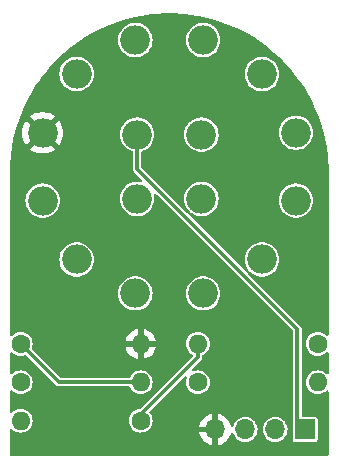
<source format=gbl>
G04 #@! TF.GenerationSoftware,KiCad,Pcbnew,7.0.7-7.0.7~ubuntu22.04.1*
G04 #@! TF.CreationDate,2023-12-10T22:01:07+01:00*
G04 #@! TF.ProjectId,CD40106_VCO,43443430-3130-4365-9f56-434f2e6b6963,rev?*
G04 #@! TF.SameCoordinates,Original*
G04 #@! TF.FileFunction,Copper,L2,Bot*
G04 #@! TF.FilePolarity,Positive*
%FSLAX46Y46*%
G04 Gerber Fmt 4.6, Leading zero omitted, Abs format (unit mm)*
G04 Created by KiCad (PCBNEW 7.0.7-7.0.7~ubuntu22.04.1) date 2023-12-10 22:01:07*
%MOMM*%
%LPD*%
G01*
G04 APERTURE LIST*
G04 #@! TA.AperFunction,ComponentPad*
%ADD10C,1.600000*%
G04 #@! TD*
G04 #@! TA.AperFunction,ComponentPad*
%ADD11O,1.600000X1.600000*%
G04 #@! TD*
G04 #@! TA.AperFunction,ComponentPad*
%ADD12O,2.500000X2.500000*%
G04 #@! TD*
G04 #@! TA.AperFunction,ComponentPad*
%ADD13R,1.700000X1.700000*%
G04 #@! TD*
G04 #@! TA.AperFunction,ComponentPad*
%ADD14O,1.700000X1.700000*%
G04 #@! TD*
G04 #@! TA.AperFunction,Conductor*
%ADD15C,0.300000*%
G04 #@! TD*
G04 APERTURE END LIST*
D10*
X104920000Y-105850000D03*
D11*
X115080000Y-105850000D03*
D10*
X130080000Y-102600000D03*
D11*
X119920000Y-102600000D03*
D10*
X119920000Y-105850000D03*
D11*
X130080000Y-105850000D03*
D10*
X115080000Y-109100000D03*
D11*
X104920000Y-109100000D03*
D12*
X106778224Y-84727109D03*
X109651115Y-79751115D03*
X114627109Y-76878224D03*
X120372891Y-76878224D03*
X125348885Y-79751115D03*
X128221776Y-84727109D03*
X128221776Y-90472891D03*
X125348885Y-95448885D03*
X120372891Y-98321776D03*
X114627109Y-98321776D03*
X109651115Y-95448885D03*
X106778224Y-90472891D03*
X114777639Y-84877639D03*
X120222361Y-84877639D03*
X120222361Y-90322361D03*
X114777639Y-90322361D03*
D10*
X104920000Y-102600000D03*
D11*
X115080000Y-102600000D03*
D13*
X129000000Y-109850000D03*
D14*
X126460000Y-109850000D03*
X123920000Y-109850000D03*
X121380000Y-109850000D03*
D15*
X115080000Y-105850000D02*
X108170000Y-105850000D01*
X108170000Y-105850000D02*
X104920000Y-102600000D01*
X119920000Y-103731370D02*
X115080000Y-108571370D01*
X119920000Y-102600000D02*
X119920000Y-103731370D01*
X115080000Y-108571370D02*
X115080000Y-109100000D01*
X128350000Y-101350000D02*
X128350000Y-109200000D01*
X114777639Y-87777639D02*
X128350000Y-101350000D01*
X128350000Y-109200000D02*
X129000000Y-109850000D01*
X114777639Y-84877639D02*
X114777639Y-87777639D01*
G04 #@! TA.AperFunction,Conductor*
G36*
X117861013Y-74605371D02*
G01*
X118575426Y-74643448D01*
X118578696Y-74643709D01*
X118934400Y-74681734D01*
X119290099Y-74719758D01*
X119293344Y-74720192D01*
X119999704Y-74833998D01*
X120002901Y-74834601D01*
X120702211Y-74985840D01*
X120705334Y-74986602D01*
X121395613Y-75174849D01*
X121398750Y-75175794D01*
X122078000Y-75400502D01*
X122081084Y-75401615D01*
X122747409Y-75662153D01*
X122750426Y-75663427D01*
X123401930Y-75959055D01*
X123404888Y-75960494D01*
X124039737Y-76290379D01*
X124042619Y-76291975D01*
X124659007Y-76655178D01*
X124661793Y-76656922D01*
X125257974Y-77052414D01*
X125260660Y-77054300D01*
X125834968Y-77480976D01*
X125837544Y-77483000D01*
X126388316Y-77939628D01*
X126390765Y-77941770D01*
X126767069Y-78289157D01*
X126916466Y-78427074D01*
X126918828Y-78429374D01*
X127163145Y-78680284D01*
X127417933Y-78941947D01*
X127420163Y-78944363D01*
X127712560Y-79278525D01*
X127891289Y-79482783D01*
X127893385Y-79485310D01*
X128335204Y-80048063D01*
X128337145Y-80050676D01*
X128748378Y-80636136D01*
X128750203Y-80638887D01*
X128955412Y-80966857D01*
X129129681Y-81245379D01*
X129131346Y-81248205D01*
X129478008Y-81874037D01*
X129479530Y-81876966D01*
X129639483Y-82205903D01*
X129792400Y-82520374D01*
X129793756Y-82523363D01*
X130071930Y-83182491D01*
X130073132Y-83185566D01*
X130315836Y-83858577D01*
X130316870Y-83861702D01*
X130414327Y-84184911D01*
X130523408Y-84546669D01*
X130524273Y-84549839D01*
X130578308Y-84771015D01*
X130694062Y-85244824D01*
X130694760Y-85248051D01*
X130827323Y-85951101D01*
X130827848Y-85954361D01*
X130922803Y-86663449D01*
X130923154Y-86666732D01*
X130980235Y-87379886D01*
X130980411Y-87383183D01*
X130999500Y-88100000D01*
X130999499Y-101798370D01*
X130979814Y-101865409D01*
X130927010Y-101911164D01*
X130857852Y-101921108D01*
X130795774Y-101892758D01*
X130795592Y-101892981D01*
X130794750Y-101892290D01*
X130794296Y-101892083D01*
X130792796Y-101890687D01*
X130638539Y-101764090D01*
X130638532Y-101764086D01*
X130464733Y-101671188D01*
X130464727Y-101671186D01*
X130276132Y-101613976D01*
X130276129Y-101613975D01*
X130080000Y-101594659D01*
X129883870Y-101613975D01*
X129695266Y-101671188D01*
X129521467Y-101764086D01*
X129521460Y-101764090D01*
X129369116Y-101889116D01*
X129244090Y-102041460D01*
X129244086Y-102041467D01*
X129151188Y-102215266D01*
X129093975Y-102403870D01*
X129074659Y-102600000D01*
X129093975Y-102796129D01*
X129151188Y-102984733D01*
X129244086Y-103158532D01*
X129244090Y-103158539D01*
X129369116Y-103310883D01*
X129521460Y-103435909D01*
X129521467Y-103435913D01*
X129695266Y-103528811D01*
X129695269Y-103528811D01*
X129695273Y-103528814D01*
X129883868Y-103586024D01*
X130080000Y-103605341D01*
X130276132Y-103586024D01*
X130464727Y-103528814D01*
X130638538Y-103435910D01*
X130691148Y-103392734D01*
X130795592Y-103307019D01*
X130797119Y-103308880D01*
X130849091Y-103280474D01*
X130918785Y-103285431D01*
X130974735Y-103327280D01*
X130999178Y-103392734D01*
X130999498Y-103401630D01*
X130999498Y-105048370D01*
X130979813Y-105115409D01*
X130927009Y-105161164D01*
X130857851Y-105171108D01*
X130795774Y-105142758D01*
X130795592Y-105142981D01*
X130794752Y-105142291D01*
X130794295Y-105142083D01*
X130792791Y-105140682D01*
X130638539Y-105014090D01*
X130638532Y-105014086D01*
X130464733Y-104921188D01*
X130464727Y-104921186D01*
X130276132Y-104863976D01*
X130276129Y-104863975D01*
X130080000Y-104844659D01*
X129883870Y-104863975D01*
X129695266Y-104921188D01*
X129521467Y-105014086D01*
X129521460Y-105014090D01*
X129369116Y-105139116D01*
X129244090Y-105291460D01*
X129244086Y-105291467D01*
X129151188Y-105465266D01*
X129093975Y-105653870D01*
X129074659Y-105850000D01*
X129093975Y-106046129D01*
X129093976Y-106046132D01*
X129141445Y-106202617D01*
X129151188Y-106234733D01*
X129244086Y-106408532D01*
X129244090Y-106408539D01*
X129369116Y-106560883D01*
X129521460Y-106685909D01*
X129521467Y-106685913D01*
X129695266Y-106778811D01*
X129695269Y-106778811D01*
X129695273Y-106778814D01*
X129883868Y-106836024D01*
X130080000Y-106855341D01*
X130276132Y-106836024D01*
X130464727Y-106778814D01*
X130638538Y-106685910D01*
X130691149Y-106642733D01*
X130795592Y-106557019D01*
X130797119Y-106558879D01*
X130849092Y-106530473D01*
X130918786Y-106535430D01*
X130974736Y-106577279D01*
X130999179Y-106642733D01*
X130999499Y-106651629D01*
X130999500Y-111975500D01*
X130979815Y-112042539D01*
X130927011Y-112088294D01*
X130875500Y-112099500D01*
X104124500Y-112099500D01*
X104057461Y-112079815D01*
X104011706Y-112027011D01*
X104000500Y-111975500D01*
X104000500Y-109901629D01*
X104020185Y-109834590D01*
X104072989Y-109788835D01*
X104142147Y-109778891D01*
X104204225Y-109807241D01*
X104204408Y-109807019D01*
X104205247Y-109807708D01*
X104205703Y-109807916D01*
X104207203Y-109809313D01*
X104361460Y-109935909D01*
X104361467Y-109935913D01*
X104535266Y-110028811D01*
X104535269Y-110028811D01*
X104535273Y-110028814D01*
X104723868Y-110086024D01*
X104920000Y-110105341D01*
X105116132Y-110086024D01*
X105304727Y-110028814D01*
X105338175Y-110010936D01*
X105478532Y-109935913D01*
X105478538Y-109935910D01*
X105630883Y-109810883D01*
X105755910Y-109658538D01*
X105833941Y-109512552D01*
X105848811Y-109484733D01*
X105848811Y-109484732D01*
X105848814Y-109484727D01*
X105906024Y-109296132D01*
X105925341Y-109100000D01*
X114074659Y-109100000D01*
X114093975Y-109296129D01*
X114093976Y-109296132D01*
X114133082Y-109425048D01*
X114151188Y-109484733D01*
X114244086Y-109658532D01*
X114244090Y-109658539D01*
X114369116Y-109810883D01*
X114521460Y-109935909D01*
X114521467Y-109935913D01*
X114695266Y-110028811D01*
X114695269Y-110028811D01*
X114695273Y-110028814D01*
X114883868Y-110086024D01*
X115080000Y-110105341D01*
X115134229Y-110100000D01*
X120049364Y-110100000D01*
X120106567Y-110313486D01*
X120106570Y-110313492D01*
X120206399Y-110527578D01*
X120341894Y-110721082D01*
X120508917Y-110888105D01*
X120702421Y-111023600D01*
X120916507Y-111123429D01*
X120916516Y-111123433D01*
X121130000Y-111180634D01*
X121130000Y-110462301D01*
X121149685Y-110395262D01*
X121202489Y-110349507D01*
X121271647Y-110339563D01*
X121344237Y-110350000D01*
X121344238Y-110350000D01*
X121415762Y-110350000D01*
X121415763Y-110350000D01*
X121488353Y-110339563D01*
X121557512Y-110349507D01*
X121610315Y-110395262D01*
X121630000Y-110462301D01*
X121629999Y-111180633D01*
X121843483Y-111123433D01*
X121843492Y-111123429D01*
X122057578Y-111023600D01*
X122251082Y-110888105D01*
X122418105Y-110721082D01*
X122553600Y-110527578D01*
X122653429Y-110313492D01*
X122653433Y-110313483D01*
X122686158Y-110191350D01*
X122722522Y-110131690D01*
X122785369Y-110101160D01*
X122854745Y-110109454D01*
X122908623Y-110153939D01*
X122924593Y-110187447D01*
X122944768Y-110253954D01*
X123042315Y-110436450D01*
X123042317Y-110436452D01*
X123173589Y-110596410D01*
X123270209Y-110675702D01*
X123333550Y-110727685D01*
X123516046Y-110825232D01*
X123714066Y-110885300D01*
X123714065Y-110885300D01*
X123734347Y-110887297D01*
X123920000Y-110905583D01*
X124125934Y-110885300D01*
X124323954Y-110825232D01*
X124506450Y-110727685D01*
X124666410Y-110596410D01*
X124797685Y-110436450D01*
X124895232Y-110253954D01*
X124955300Y-110055934D01*
X124975583Y-109850000D01*
X125404417Y-109850000D01*
X125424699Y-110055932D01*
X125437684Y-110098738D01*
X125484768Y-110253954D01*
X125582315Y-110436450D01*
X125582317Y-110436452D01*
X125713589Y-110596410D01*
X125810209Y-110675702D01*
X125873550Y-110727685D01*
X126056046Y-110825232D01*
X126254066Y-110885300D01*
X126254065Y-110885300D01*
X126274348Y-110887297D01*
X126460000Y-110905583D01*
X126665934Y-110885300D01*
X126863954Y-110825232D01*
X127046450Y-110727685D01*
X127206410Y-110596410D01*
X127337685Y-110436450D01*
X127435232Y-110253954D01*
X127495300Y-110055934D01*
X127515583Y-109850000D01*
X127495300Y-109644066D01*
X127435232Y-109446046D01*
X127337685Y-109263550D01*
X127262897Y-109172420D01*
X127206410Y-109103589D01*
X127056121Y-108980252D01*
X127046450Y-108972315D01*
X126863954Y-108874768D01*
X126665934Y-108814700D01*
X126665932Y-108814699D01*
X126665934Y-108814699D01*
X126460000Y-108794417D01*
X126254067Y-108814699D01*
X126056043Y-108874769D01*
X125945897Y-108933643D01*
X125873550Y-108972315D01*
X125873548Y-108972316D01*
X125873547Y-108972317D01*
X125713589Y-109103589D01*
X125582317Y-109263547D01*
X125582315Y-109263550D01*
X125560300Y-109304737D01*
X125484769Y-109446043D01*
X125424699Y-109644067D01*
X125404417Y-109850000D01*
X124975583Y-109850000D01*
X124955300Y-109644066D01*
X124895232Y-109446046D01*
X124797685Y-109263550D01*
X124722897Y-109172420D01*
X124666410Y-109103589D01*
X124516121Y-108980252D01*
X124506450Y-108972315D01*
X124323954Y-108874768D01*
X124125934Y-108814700D01*
X124125932Y-108814699D01*
X124125934Y-108814699D01*
X123938463Y-108796235D01*
X123920000Y-108794417D01*
X123919999Y-108794417D01*
X123714067Y-108814699D01*
X123516043Y-108874769D01*
X123405897Y-108933643D01*
X123333550Y-108972315D01*
X123333548Y-108972316D01*
X123333547Y-108972317D01*
X123173589Y-109103589D01*
X123042317Y-109263547D01*
X123042315Y-109263550D01*
X123020300Y-109304737D01*
X122944767Y-109446046D01*
X122924593Y-109512552D01*
X122886296Y-109570990D01*
X122822483Y-109599447D01*
X122753416Y-109588886D01*
X122701023Y-109542661D01*
X122686158Y-109508649D01*
X122653433Y-109386516D01*
X122653429Y-109386507D01*
X122553600Y-109172422D01*
X122553599Y-109172420D01*
X122418113Y-108978926D01*
X122418108Y-108978920D01*
X122251082Y-108811894D01*
X122057578Y-108676399D01*
X121843492Y-108576570D01*
X121843486Y-108576567D01*
X121630000Y-108519364D01*
X121630000Y-109237698D01*
X121610315Y-109304737D01*
X121557511Y-109350492D01*
X121488355Y-109360436D01*
X121415766Y-109350000D01*
X121415763Y-109350000D01*
X121344237Y-109350000D01*
X121344233Y-109350000D01*
X121271645Y-109360436D01*
X121202487Y-109350492D01*
X121149684Y-109304736D01*
X121130000Y-109237698D01*
X121130000Y-108519364D01*
X121129999Y-108519364D01*
X120916513Y-108576567D01*
X120916507Y-108576570D01*
X120702422Y-108676399D01*
X120702420Y-108676400D01*
X120508926Y-108811886D01*
X120508920Y-108811891D01*
X120341891Y-108978920D01*
X120341886Y-108978926D01*
X120206400Y-109172420D01*
X120206399Y-109172422D01*
X120106570Y-109386507D01*
X120106567Y-109386513D01*
X120049364Y-109599999D01*
X120049364Y-109600000D01*
X120766653Y-109600000D01*
X120833692Y-109619685D01*
X120879447Y-109672489D01*
X120889391Y-109741647D01*
X120885631Y-109758933D01*
X120880000Y-109778111D01*
X120880000Y-109921888D01*
X120885631Y-109941067D01*
X120885630Y-110010936D01*
X120847855Y-110069714D01*
X120784299Y-110098738D01*
X120766653Y-110100000D01*
X120049364Y-110100000D01*
X115134229Y-110100000D01*
X115276132Y-110086024D01*
X115464727Y-110028814D01*
X115498175Y-110010936D01*
X115638532Y-109935913D01*
X115638538Y-109935910D01*
X115790883Y-109810883D01*
X115915910Y-109658538D01*
X115993941Y-109512552D01*
X116008811Y-109484733D01*
X116008811Y-109484732D01*
X116008814Y-109484727D01*
X116066024Y-109296132D01*
X116085341Y-109100000D01*
X116066024Y-108903868D01*
X116008814Y-108715273D01*
X116008811Y-108715269D01*
X116008811Y-108715266D01*
X115915913Y-108541467D01*
X115915911Y-108541465D01*
X115915910Y-108541462D01*
X115897775Y-108519364D01*
X115847329Y-108457895D01*
X115820016Y-108393585D01*
X115831807Y-108324717D01*
X115855498Y-108291552D01*
X118775872Y-105371178D01*
X118837193Y-105337695D01*
X118906885Y-105342679D01*
X118962818Y-105384551D01*
X118987235Y-105450015D01*
X118982212Y-105494856D01*
X118933975Y-105653869D01*
X118914659Y-105850000D01*
X118933975Y-106046129D01*
X118933976Y-106046132D01*
X118981445Y-106202617D01*
X118991188Y-106234733D01*
X119084086Y-106408532D01*
X119084090Y-106408539D01*
X119209116Y-106560883D01*
X119361460Y-106685909D01*
X119361467Y-106685913D01*
X119535266Y-106778811D01*
X119535269Y-106778811D01*
X119535273Y-106778814D01*
X119723868Y-106836024D01*
X119920000Y-106855341D01*
X120116132Y-106836024D01*
X120304727Y-106778814D01*
X120478538Y-106685910D01*
X120630883Y-106560883D01*
X120755910Y-106408538D01*
X120848814Y-106234727D01*
X120906024Y-106046132D01*
X120925341Y-105850000D01*
X120906024Y-105653868D01*
X120848814Y-105465273D01*
X120848811Y-105465269D01*
X120848811Y-105465266D01*
X120755913Y-105291467D01*
X120755909Y-105291460D01*
X120630883Y-105139116D01*
X120478539Y-105014090D01*
X120478532Y-105014086D01*
X120304733Y-104921188D01*
X120304727Y-104921186D01*
X120116132Y-104863976D01*
X120116129Y-104863975D01*
X119920000Y-104844659D01*
X119723869Y-104863975D01*
X119564856Y-104912212D01*
X119494989Y-104912835D01*
X119435877Y-104875587D01*
X119406286Y-104812293D01*
X119415611Y-104743048D01*
X119441177Y-104705873D01*
X120133046Y-104014004D01*
X120152902Y-103997881D01*
X120160669Y-103992807D01*
X120180873Y-103966847D01*
X120185941Y-103961109D01*
X120188376Y-103958676D01*
X120192162Y-103953372D01*
X120201048Y-103940928D01*
X120232513Y-103900501D01*
X120232512Y-103900501D01*
X120232517Y-103900496D01*
X120232519Y-103900489D01*
X120235982Y-103894088D01*
X120236021Y-103894010D01*
X120236063Y-103893931D01*
X120239235Y-103887442D01*
X120239240Y-103887436D01*
X120253861Y-103838324D01*
X120270500Y-103789858D01*
X120270500Y-103789849D01*
X120271706Y-103782628D01*
X120272617Y-103775321D01*
X120270500Y-103724128D01*
X120270500Y-103621431D01*
X120290185Y-103554392D01*
X120336044Y-103512074D01*
X120478538Y-103435910D01*
X120630883Y-103310883D01*
X120755910Y-103158538D01*
X120839500Y-103002152D01*
X120848811Y-102984733D01*
X120848811Y-102984732D01*
X120848814Y-102984727D01*
X120906024Y-102796132D01*
X120925341Y-102600000D01*
X120906024Y-102403868D01*
X120848814Y-102215273D01*
X120848811Y-102215269D01*
X120848811Y-102215266D01*
X120755913Y-102041467D01*
X120755909Y-102041460D01*
X120630883Y-101889116D01*
X120478539Y-101764090D01*
X120478532Y-101764086D01*
X120304733Y-101671188D01*
X120304727Y-101671186D01*
X120116132Y-101613976D01*
X120116129Y-101613975D01*
X119920000Y-101594659D01*
X119723870Y-101613975D01*
X119535266Y-101671188D01*
X119361467Y-101764086D01*
X119361460Y-101764090D01*
X119209116Y-101889116D01*
X119084090Y-102041460D01*
X119084086Y-102041467D01*
X118991188Y-102215266D01*
X118933975Y-102403870D01*
X118914659Y-102600000D01*
X118933975Y-102796129D01*
X118991188Y-102984733D01*
X119084086Y-103158532D01*
X119084090Y-103158539D01*
X119209116Y-103310883D01*
X119361460Y-103435909D01*
X119361467Y-103435913D01*
X119447513Y-103481906D01*
X119497357Y-103530868D01*
X119512818Y-103599006D01*
X119488986Y-103664685D01*
X119476741Y-103678945D01*
X115090329Y-108065357D01*
X115029006Y-108098842D01*
X115014803Y-108101079D01*
X114883871Y-108113975D01*
X114695266Y-108171188D01*
X114521467Y-108264086D01*
X114521460Y-108264090D01*
X114369116Y-108389116D01*
X114244090Y-108541460D01*
X114244086Y-108541467D01*
X114151188Y-108715266D01*
X114093975Y-108903870D01*
X114074659Y-109100000D01*
X105925341Y-109100000D01*
X105906024Y-108903868D01*
X105848814Y-108715273D01*
X105848811Y-108715269D01*
X105848811Y-108715266D01*
X105755913Y-108541467D01*
X105755909Y-108541460D01*
X105630883Y-108389116D01*
X105478539Y-108264090D01*
X105478532Y-108264086D01*
X105304733Y-108171188D01*
X105304727Y-108171186D01*
X105116132Y-108113976D01*
X105116129Y-108113975D01*
X104920000Y-108094659D01*
X104723870Y-108113975D01*
X104535266Y-108171188D01*
X104361467Y-108264086D01*
X104361460Y-108264090D01*
X104204408Y-108392981D01*
X104202886Y-108391127D01*
X104150858Y-108419537D01*
X104081166Y-108414553D01*
X104025233Y-108372681D01*
X104000816Y-108307217D01*
X104000500Y-108298371D01*
X104000500Y-106651629D01*
X104020185Y-106584590D01*
X104072989Y-106538835D01*
X104142147Y-106528891D01*
X104204225Y-106557241D01*
X104204408Y-106557019D01*
X104205247Y-106557708D01*
X104205703Y-106557916D01*
X104207203Y-106559313D01*
X104361460Y-106685909D01*
X104361467Y-106685913D01*
X104535266Y-106778811D01*
X104535269Y-106778811D01*
X104535273Y-106778814D01*
X104723868Y-106836024D01*
X104920000Y-106855341D01*
X105116132Y-106836024D01*
X105304727Y-106778814D01*
X105478538Y-106685910D01*
X105630883Y-106560883D01*
X105755910Y-106408538D01*
X105848814Y-106234727D01*
X105906024Y-106046132D01*
X105925341Y-105850000D01*
X105906024Y-105653868D01*
X105848814Y-105465273D01*
X105848811Y-105465269D01*
X105848811Y-105465266D01*
X105755913Y-105291467D01*
X105755909Y-105291460D01*
X105630883Y-105139116D01*
X105478539Y-105014090D01*
X105478532Y-105014086D01*
X105304733Y-104921188D01*
X105304727Y-104921186D01*
X105116132Y-104863976D01*
X105116129Y-104863975D01*
X104920000Y-104844659D01*
X104723870Y-104863975D01*
X104535266Y-104921188D01*
X104361467Y-105014086D01*
X104361460Y-105014090D01*
X104204408Y-105142981D01*
X104202886Y-105141127D01*
X104150858Y-105169537D01*
X104081166Y-105164553D01*
X104025233Y-105122681D01*
X104000816Y-105057217D01*
X104000500Y-105048371D01*
X104000500Y-103401629D01*
X104020185Y-103334590D01*
X104072989Y-103288835D01*
X104142147Y-103278891D01*
X104204225Y-103307241D01*
X104204408Y-103307019D01*
X104205247Y-103307708D01*
X104205703Y-103307916D01*
X104207203Y-103309313D01*
X104361460Y-103435909D01*
X104361467Y-103435913D01*
X104535266Y-103528811D01*
X104535269Y-103528811D01*
X104535273Y-103528814D01*
X104723868Y-103586024D01*
X104920000Y-103605341D01*
X105116132Y-103586024D01*
X105270742Y-103539123D01*
X105340610Y-103538499D01*
X105394420Y-103570102D01*
X107887362Y-106063044D01*
X107903486Y-106082899D01*
X107908563Y-106090669D01*
X107934508Y-106110862D01*
X107940260Y-106115942D01*
X107942693Y-106118375D01*
X107960438Y-106131044D01*
X108000874Y-106162517D01*
X108000876Y-106162517D01*
X108007310Y-106165999D01*
X108007344Y-106166016D01*
X108007390Y-106166041D01*
X108013932Y-106169239D01*
X108013933Y-106169239D01*
X108013934Y-106169240D01*
X108028078Y-106173451D01*
X108063045Y-106183862D01*
X108111509Y-106200499D01*
X108111512Y-106200500D01*
X108111515Y-106200500D01*
X108118625Y-106201687D01*
X108118731Y-106201700D01*
X108118855Y-106201720D01*
X108126046Y-106202617D01*
X108177231Y-106200500D01*
X114058568Y-106200500D01*
X114125607Y-106220185D01*
X114167926Y-106266047D01*
X114244086Y-106408532D01*
X114244090Y-106408539D01*
X114369116Y-106560883D01*
X114521460Y-106685909D01*
X114521467Y-106685913D01*
X114695266Y-106778811D01*
X114695269Y-106778811D01*
X114695273Y-106778814D01*
X114883868Y-106836024D01*
X115080000Y-106855341D01*
X115276132Y-106836024D01*
X115464727Y-106778814D01*
X115638538Y-106685910D01*
X115790883Y-106560883D01*
X115915910Y-106408538D01*
X116008814Y-106234727D01*
X116066024Y-106046132D01*
X116085341Y-105850000D01*
X116066024Y-105653868D01*
X116008814Y-105465273D01*
X116008811Y-105465269D01*
X116008811Y-105465266D01*
X115915913Y-105291467D01*
X115915909Y-105291460D01*
X115790883Y-105139116D01*
X115638539Y-105014090D01*
X115638532Y-105014086D01*
X115464733Y-104921188D01*
X115464727Y-104921186D01*
X115276132Y-104863976D01*
X115276129Y-104863975D01*
X115080000Y-104844659D01*
X114883870Y-104863975D01*
X114695266Y-104921188D01*
X114521467Y-105014086D01*
X114521460Y-105014090D01*
X114369116Y-105139116D01*
X114244090Y-105291460D01*
X114244086Y-105291467D01*
X114167926Y-105433953D01*
X114118964Y-105483797D01*
X114058568Y-105499500D01*
X108366544Y-105499500D01*
X108299505Y-105479815D01*
X108278863Y-105463181D01*
X105890102Y-103074420D01*
X105856617Y-103013097D01*
X105859123Y-102950743D01*
X105889687Y-102849987D01*
X105906024Y-102796132D01*
X105925341Y-102600000D01*
X105906024Y-102403868D01*
X105889683Y-102349999D01*
X113801127Y-102349999D01*
X113801128Y-102350000D01*
X114569424Y-102350000D01*
X114636463Y-102369685D01*
X114682218Y-102422489D01*
X114692162Y-102491647D01*
X114691897Y-102493397D01*
X114675014Y-102599996D01*
X114675014Y-102600003D01*
X114691897Y-102706603D01*
X114682942Y-102775896D01*
X114637946Y-102829348D01*
X114571194Y-102849987D01*
X114569424Y-102850000D01*
X113801128Y-102850000D01*
X113853730Y-103046317D01*
X113853734Y-103046326D01*
X113949865Y-103252482D01*
X114080342Y-103438820D01*
X114241179Y-103599657D01*
X114427517Y-103730134D01*
X114633673Y-103826265D01*
X114633682Y-103826269D01*
X114829999Y-103878872D01*
X114830000Y-103878871D01*
X114830000Y-103110575D01*
X114849685Y-103043536D01*
X114902489Y-102997781D01*
X114971647Y-102987837D01*
X114973331Y-102988091D01*
X115005699Y-102993218D01*
X115048515Y-103000000D01*
X115048519Y-103000000D01*
X115111485Y-103000000D01*
X115154300Y-102993218D01*
X115186602Y-102988102D01*
X115255894Y-102997056D01*
X115309347Y-103042052D01*
X115329987Y-103108803D01*
X115330000Y-103110575D01*
X115330000Y-103878872D01*
X115526317Y-103826269D01*
X115526326Y-103826265D01*
X115732482Y-103730134D01*
X115918820Y-103599657D01*
X116079657Y-103438820D01*
X116210134Y-103252482D01*
X116306265Y-103046326D01*
X116306269Y-103046317D01*
X116358872Y-102850000D01*
X115590576Y-102850000D01*
X115523537Y-102830315D01*
X115477782Y-102777511D01*
X115467838Y-102708353D01*
X115468103Y-102706603D01*
X115484986Y-102600003D01*
X115484986Y-102599996D01*
X115468103Y-102493397D01*
X115477058Y-102424104D01*
X115522054Y-102370652D01*
X115588806Y-102350013D01*
X115590576Y-102350000D01*
X116358872Y-102350000D01*
X116358872Y-102349999D01*
X116306269Y-102153682D01*
X116306265Y-102153673D01*
X116210134Y-101947517D01*
X116079657Y-101761179D01*
X115918820Y-101600342D01*
X115732482Y-101469865D01*
X115526328Y-101373734D01*
X115329999Y-101321127D01*
X115330000Y-102089424D01*
X115310315Y-102156463D01*
X115257511Y-102202218D01*
X115188353Y-102212162D01*
X115186602Y-102211897D01*
X115111486Y-102200000D01*
X115111481Y-102200000D01*
X115048519Y-102200000D01*
X115048514Y-102200000D01*
X114973398Y-102211897D01*
X114904104Y-102202942D01*
X114850652Y-102157946D01*
X114830013Y-102091194D01*
X114830000Y-102089424D01*
X114829999Y-101321127D01*
X114633671Y-101373734D01*
X114427517Y-101469865D01*
X114241179Y-101600342D01*
X114080342Y-101761179D01*
X113949865Y-101947517D01*
X113853734Y-102153673D01*
X113853730Y-102153682D01*
X113801127Y-102349999D01*
X105889683Y-102349999D01*
X105848814Y-102215273D01*
X105848811Y-102215269D01*
X105848811Y-102215266D01*
X105755913Y-102041467D01*
X105755909Y-102041460D01*
X105630883Y-101889116D01*
X105478539Y-101764090D01*
X105478532Y-101764086D01*
X105304733Y-101671188D01*
X105304727Y-101671186D01*
X105116132Y-101613976D01*
X105116129Y-101613975D01*
X104920000Y-101594659D01*
X104723870Y-101613975D01*
X104535266Y-101671188D01*
X104361467Y-101764086D01*
X104361460Y-101764090D01*
X104204408Y-101892981D01*
X104202892Y-101891134D01*
X104150808Y-101919548D01*
X104081119Y-101914535D01*
X104025202Y-101872642D01*
X104000811Y-101807167D01*
X104000499Y-101798398D01*
X104000499Y-98321781D01*
X113171638Y-98321781D01*
X113191488Y-98561335D01*
X113250498Y-98794365D01*
X113347060Y-99014505D01*
X113478536Y-99215742D01*
X113478538Y-99215745D01*
X113641345Y-99392601D01*
X113641348Y-99392603D01*
X113641351Y-99392606D01*
X113831033Y-99540242D01*
X113831039Y-99540246D01*
X113831042Y-99540248D01*
X114042453Y-99654658D01*
X114042456Y-99654659D01*
X114269808Y-99732709D01*
X114269810Y-99732709D01*
X114269812Y-99732710D01*
X114506917Y-99772276D01*
X114506918Y-99772276D01*
X114747300Y-99772276D01*
X114747301Y-99772276D01*
X114984406Y-99732710D01*
X115211765Y-99654658D01*
X115423176Y-99540248D01*
X115612873Y-99392601D01*
X115775680Y-99215745D01*
X115907158Y-99014504D01*
X116003719Y-98794367D01*
X116062729Y-98561339D01*
X116082580Y-98321781D01*
X118917420Y-98321781D01*
X118937270Y-98561335D01*
X118996280Y-98794365D01*
X119092842Y-99014505D01*
X119224318Y-99215742D01*
X119224320Y-99215745D01*
X119387127Y-99392601D01*
X119387130Y-99392603D01*
X119387133Y-99392606D01*
X119576815Y-99540242D01*
X119576821Y-99540246D01*
X119576824Y-99540248D01*
X119788235Y-99654658D01*
X119788238Y-99654659D01*
X120015590Y-99732709D01*
X120015592Y-99732709D01*
X120015594Y-99732710D01*
X120252699Y-99772276D01*
X120252700Y-99772276D01*
X120493082Y-99772276D01*
X120493083Y-99772276D01*
X120730188Y-99732710D01*
X120957547Y-99654658D01*
X121168958Y-99540248D01*
X121358655Y-99392601D01*
X121521462Y-99215745D01*
X121652940Y-99014504D01*
X121749501Y-98794367D01*
X121808511Y-98561339D01*
X121828362Y-98321776D01*
X121808511Y-98082213D01*
X121749501Y-97849185D01*
X121652940Y-97629048D01*
X121521462Y-97427807D01*
X121358655Y-97250951D01*
X121358650Y-97250947D01*
X121358648Y-97250945D01*
X121168966Y-97103309D01*
X121168960Y-97103305D01*
X120957548Y-96988894D01*
X120957543Y-96988892D01*
X120730191Y-96910842D01*
X120552359Y-96881167D01*
X120493083Y-96871276D01*
X120252699Y-96871276D01*
X120205278Y-96879189D01*
X120015590Y-96910842D01*
X119788238Y-96988892D01*
X119788233Y-96988894D01*
X119576821Y-97103305D01*
X119576815Y-97103309D01*
X119387133Y-97250945D01*
X119387130Y-97250948D01*
X119224321Y-97427805D01*
X119224318Y-97427809D01*
X119092842Y-97629046D01*
X118996280Y-97849186D01*
X118937270Y-98082216D01*
X118917420Y-98321770D01*
X118917420Y-98321781D01*
X116082580Y-98321781D01*
X116082580Y-98321776D01*
X116062729Y-98082213D01*
X116003719Y-97849185D01*
X115907158Y-97629048D01*
X115775680Y-97427807D01*
X115612873Y-97250951D01*
X115612868Y-97250947D01*
X115612866Y-97250945D01*
X115423184Y-97103309D01*
X115423178Y-97103305D01*
X115211766Y-96988894D01*
X115211761Y-96988892D01*
X114984409Y-96910842D01*
X114806577Y-96881167D01*
X114747301Y-96871276D01*
X114506917Y-96871276D01*
X114459495Y-96879189D01*
X114269808Y-96910842D01*
X114042456Y-96988892D01*
X114042451Y-96988894D01*
X113831039Y-97103305D01*
X113831033Y-97103309D01*
X113641351Y-97250945D01*
X113641348Y-97250948D01*
X113478539Y-97427805D01*
X113478536Y-97427809D01*
X113347060Y-97629046D01*
X113250498Y-97849186D01*
X113191488Y-98082216D01*
X113171638Y-98321770D01*
X113171638Y-98321781D01*
X104000499Y-98321781D01*
X104000499Y-95448890D01*
X108195644Y-95448890D01*
X108215494Y-95688444D01*
X108274504Y-95921474D01*
X108371066Y-96141614D01*
X108502542Y-96342851D01*
X108502544Y-96342854D01*
X108665351Y-96519710D01*
X108665354Y-96519712D01*
X108665357Y-96519715D01*
X108855039Y-96667351D01*
X108855045Y-96667355D01*
X108855048Y-96667357D01*
X109066459Y-96781767D01*
X109066462Y-96781768D01*
X109293814Y-96859818D01*
X109293816Y-96859818D01*
X109293818Y-96859819D01*
X109530923Y-96899385D01*
X109530924Y-96899385D01*
X109771306Y-96899385D01*
X109771307Y-96899385D01*
X110008412Y-96859819D01*
X110235771Y-96781767D01*
X110447182Y-96667357D01*
X110636879Y-96519710D01*
X110799686Y-96342854D01*
X110931164Y-96141613D01*
X111027725Y-95921476D01*
X111086735Y-95688448D01*
X111106586Y-95448885D01*
X111086735Y-95209322D01*
X111027725Y-94976294D01*
X110931164Y-94756157D01*
X110799686Y-94554916D01*
X110636879Y-94378060D01*
X110636874Y-94378056D01*
X110636872Y-94378054D01*
X110447190Y-94230418D01*
X110447184Y-94230414D01*
X110235772Y-94116003D01*
X110235767Y-94116001D01*
X110008415Y-94037951D01*
X109830583Y-94008276D01*
X109771307Y-93998385D01*
X109530923Y-93998385D01*
X109483502Y-94006298D01*
X109293814Y-94037951D01*
X109066462Y-94116001D01*
X109066457Y-94116003D01*
X108855045Y-94230414D01*
X108855039Y-94230418D01*
X108665357Y-94378054D01*
X108665354Y-94378057D01*
X108502545Y-94554914D01*
X108502542Y-94554918D01*
X108371066Y-94756155D01*
X108274504Y-94976295D01*
X108215494Y-95209325D01*
X108195644Y-95448879D01*
X108195644Y-95448890D01*
X104000499Y-95448890D01*
X104000499Y-90472896D01*
X105322753Y-90472896D01*
X105342603Y-90712450D01*
X105401613Y-90945480D01*
X105498175Y-91165620D01*
X105623448Y-91357363D01*
X105629653Y-91366860D01*
X105792460Y-91543716D01*
X105792463Y-91543718D01*
X105792466Y-91543721D01*
X105982148Y-91691357D01*
X105982154Y-91691361D01*
X105982157Y-91691363D01*
X106193568Y-91805773D01*
X106193571Y-91805774D01*
X106420923Y-91883824D01*
X106420925Y-91883824D01*
X106420927Y-91883825D01*
X106658032Y-91923391D01*
X106658033Y-91923391D01*
X106898415Y-91923391D01*
X106898416Y-91923391D01*
X107135521Y-91883825D01*
X107362880Y-91805773D01*
X107574291Y-91691363D01*
X107763988Y-91543716D01*
X107926795Y-91366860D01*
X108058273Y-91165619D01*
X108154834Y-90945482D01*
X108213844Y-90712454D01*
X108222666Y-90605981D01*
X108233695Y-90472896D01*
X108233695Y-90472885D01*
X108221222Y-90322366D01*
X113322168Y-90322366D01*
X113342018Y-90561920D01*
X113401028Y-90794950D01*
X113497590Y-91015090D01*
X113595937Y-91165620D01*
X113629068Y-91216330D01*
X113791875Y-91393186D01*
X113791878Y-91393188D01*
X113791881Y-91393191D01*
X113981563Y-91540827D01*
X113981569Y-91540831D01*
X113981572Y-91540833D01*
X114192983Y-91655243D01*
X114192986Y-91655244D01*
X114420338Y-91733294D01*
X114420340Y-91733294D01*
X114420342Y-91733295D01*
X114657447Y-91772861D01*
X114657448Y-91772861D01*
X114897830Y-91772861D01*
X114897831Y-91772861D01*
X115134936Y-91733295D01*
X115362295Y-91655243D01*
X115573706Y-91540833D01*
X115588875Y-91529027D01*
X115637407Y-91491252D01*
X115763403Y-91393186D01*
X115926210Y-91216330D01*
X116057688Y-91015089D01*
X116154249Y-90794952D01*
X116213259Y-90561924D01*
X116233110Y-90322361D01*
X116225732Y-90233328D01*
X116213259Y-90082801D01*
X116213259Y-90082798D01*
X116197033Y-90018722D01*
X116199658Y-89948904D01*
X116239614Y-89891587D01*
X116304215Y-89864970D01*
X116372952Y-89877504D01*
X116404920Y-89900603D01*
X127963181Y-101458862D01*
X127996666Y-101520185D01*
X127999500Y-101546543D01*
X127999500Y-108826734D01*
X127979815Y-108893773D01*
X127978603Y-108895624D01*
X127961132Y-108921770D01*
X127961131Y-108921773D01*
X127949500Y-108980247D01*
X127949500Y-110719752D01*
X127961131Y-110778229D01*
X127961132Y-110778230D01*
X128005447Y-110844552D01*
X128071769Y-110888867D01*
X128071770Y-110888868D01*
X128130247Y-110900499D01*
X128130250Y-110900500D01*
X128130252Y-110900500D01*
X129869750Y-110900500D01*
X129869751Y-110900499D01*
X129884568Y-110897552D01*
X129928229Y-110888868D01*
X129928229Y-110888867D01*
X129928231Y-110888867D01*
X129994552Y-110844552D01*
X130038867Y-110778231D01*
X130038867Y-110778229D01*
X130038868Y-110778229D01*
X130048922Y-110727682D01*
X130050500Y-110719748D01*
X130050500Y-108980252D01*
X130050500Y-108980251D01*
X130050500Y-108980249D01*
X130050499Y-108980247D01*
X130038868Y-108921770D01*
X130038867Y-108921769D01*
X129994552Y-108855447D01*
X129928230Y-108811132D01*
X129928229Y-108811131D01*
X129869752Y-108799500D01*
X129869748Y-108799500D01*
X128824500Y-108799500D01*
X128757461Y-108779815D01*
X128711706Y-108727011D01*
X128700500Y-108675500D01*
X128700500Y-101399211D01*
X128703139Y-101373764D01*
X128703145Y-101373734D01*
X128705043Y-101364685D01*
X128703270Y-101350463D01*
X128700977Y-101332061D01*
X128700500Y-101324385D01*
X128700500Y-101320960D01*
X128696912Y-101299458D01*
X128696121Y-101293118D01*
X128690573Y-101248607D01*
X128690571Y-101248603D01*
X128688502Y-101241653D01*
X128688470Y-101241559D01*
X128688444Y-101241472D01*
X128686091Y-101234617D01*
X128661704Y-101189555D01*
X128639199Y-101143518D01*
X128634919Y-101137524D01*
X128630419Y-101131743D01*
X128592724Y-101097041D01*
X124206718Y-96711036D01*
X124188495Y-96677664D01*
X124175037Y-96674148D01*
X124151229Y-96655546D01*
X122944573Y-95448890D01*
X123893414Y-95448890D01*
X123913264Y-95688444D01*
X123972274Y-95921474D01*
X124068836Y-96141614D01*
X124200312Y-96342851D01*
X124200314Y-96342854D01*
X124330141Y-96483884D01*
X124344232Y-96512436D01*
X124353826Y-96514523D01*
X124370561Y-96525502D01*
X124552809Y-96667351D01*
X124552815Y-96667355D01*
X124552818Y-96667357D01*
X124764229Y-96781767D01*
X124764232Y-96781768D01*
X124991584Y-96859818D01*
X124991586Y-96859818D01*
X124991588Y-96859819D01*
X125228693Y-96899385D01*
X125228694Y-96899385D01*
X125469076Y-96899385D01*
X125469077Y-96899385D01*
X125706182Y-96859819D01*
X125933541Y-96781767D01*
X126144952Y-96667357D01*
X126334649Y-96519710D01*
X126497456Y-96342854D01*
X126628934Y-96141613D01*
X126725495Y-95921476D01*
X126784505Y-95688448D01*
X126804356Y-95448885D01*
X126784505Y-95209322D01*
X126725495Y-94976294D01*
X126628934Y-94756157D01*
X126497456Y-94554916D01*
X126334649Y-94378060D01*
X126334644Y-94378056D01*
X126334642Y-94378054D01*
X126144960Y-94230418D01*
X126144954Y-94230414D01*
X125933542Y-94116003D01*
X125933537Y-94116001D01*
X125706185Y-94037951D01*
X125528353Y-94008276D01*
X125469077Y-93998385D01*
X125228693Y-93998385D01*
X125181271Y-94006298D01*
X124991584Y-94037951D01*
X124764232Y-94116001D01*
X124764227Y-94116003D01*
X124552815Y-94230414D01*
X124552809Y-94230418D01*
X124363127Y-94378054D01*
X124363124Y-94378057D01*
X124200315Y-94554914D01*
X124200312Y-94554918D01*
X124068836Y-94756155D01*
X123972274Y-94976295D01*
X123913264Y-95209325D01*
X123893414Y-95448879D01*
X123893414Y-95448890D01*
X122944573Y-95448890D01*
X119080193Y-91584510D01*
X119061974Y-91551145D01*
X119048516Y-91547629D01*
X119024709Y-91529027D01*
X117818048Y-90322366D01*
X118766890Y-90322366D01*
X118786740Y-90561920D01*
X118845750Y-90794950D01*
X118942312Y-91015090D01*
X119073788Y-91216327D01*
X119073791Y-91216331D01*
X119203620Y-91357363D01*
X119217708Y-91385910D01*
X119227301Y-91387997D01*
X119244030Y-91398971D01*
X119371556Y-91498228D01*
X119411125Y-91529027D01*
X119426294Y-91540833D01*
X119637705Y-91655243D01*
X119637708Y-91655244D01*
X119865060Y-91733294D01*
X119865062Y-91733294D01*
X119865064Y-91733295D01*
X120102169Y-91772861D01*
X120102170Y-91772861D01*
X120342552Y-91772861D01*
X120342553Y-91772861D01*
X120579658Y-91733295D01*
X120807017Y-91655243D01*
X121018428Y-91540833D01*
X121033597Y-91529027D01*
X121082129Y-91491252D01*
X121208125Y-91393186D01*
X121370932Y-91216330D01*
X121502410Y-91015089D01*
X121598971Y-90794952D01*
X121657981Y-90561924D01*
X121665358Y-90472896D01*
X126766305Y-90472896D01*
X126786155Y-90712450D01*
X126845165Y-90945480D01*
X126941727Y-91165620D01*
X127067000Y-91357363D01*
X127073205Y-91366860D01*
X127236012Y-91543716D01*
X127236015Y-91543718D01*
X127236018Y-91543721D01*
X127425700Y-91691357D01*
X127425706Y-91691361D01*
X127425709Y-91691363D01*
X127637120Y-91805773D01*
X127637123Y-91805774D01*
X127864475Y-91883824D01*
X127864477Y-91883824D01*
X127864479Y-91883825D01*
X128101584Y-91923391D01*
X128101585Y-91923391D01*
X128341967Y-91923391D01*
X128341968Y-91923391D01*
X128579073Y-91883825D01*
X128806432Y-91805773D01*
X129017843Y-91691363D01*
X129207540Y-91543716D01*
X129370347Y-91366860D01*
X129501825Y-91165619D01*
X129598386Y-90945482D01*
X129657396Y-90712454D01*
X129666218Y-90605981D01*
X129677247Y-90472896D01*
X129677247Y-90472885D01*
X129657396Y-90233331D01*
X129657396Y-90233328D01*
X129598386Y-90000300D01*
X129501825Y-89780163D01*
X129370347Y-89578922D01*
X129207540Y-89402066D01*
X129207535Y-89402062D01*
X129207533Y-89402060D01*
X129017851Y-89254424D01*
X129017845Y-89254420D01*
X128806433Y-89140009D01*
X128806428Y-89140007D01*
X128579076Y-89061957D01*
X128401244Y-89032282D01*
X128341968Y-89022391D01*
X128101584Y-89022391D01*
X128054162Y-89030304D01*
X127864475Y-89061957D01*
X127637123Y-89140007D01*
X127637118Y-89140009D01*
X127425706Y-89254420D01*
X127425700Y-89254424D01*
X127236018Y-89402060D01*
X127236015Y-89402063D01*
X127236012Y-89402065D01*
X127236012Y-89402066D01*
X127200070Y-89441108D01*
X127073206Y-89578920D01*
X127073203Y-89578924D01*
X126941727Y-89780161D01*
X126845165Y-90000301D01*
X126786155Y-90233331D01*
X126766305Y-90472885D01*
X126766305Y-90472896D01*
X121665358Y-90472896D01*
X121677832Y-90322361D01*
X121670454Y-90233328D01*
X121657981Y-90082801D01*
X121657981Y-90082798D01*
X121598971Y-89849770D01*
X121502410Y-89629633D01*
X121469277Y-89578920D01*
X121370933Y-89428394D01*
X121370932Y-89428392D01*
X121208125Y-89251536D01*
X121208120Y-89251532D01*
X121208118Y-89251530D01*
X121018436Y-89103894D01*
X121018430Y-89103890D01*
X120807018Y-88989479D01*
X120807013Y-88989477D01*
X120579661Y-88911427D01*
X120396834Y-88880919D01*
X120342553Y-88871861D01*
X120102169Y-88871861D01*
X120054747Y-88879774D01*
X119865060Y-88911427D01*
X119637708Y-88989477D01*
X119637703Y-88989479D01*
X119426291Y-89103890D01*
X119426285Y-89103894D01*
X119236603Y-89251530D01*
X119236600Y-89251533D01*
X119236597Y-89251535D01*
X119236597Y-89251536D01*
X119200655Y-89290578D01*
X119073791Y-89428390D01*
X119073788Y-89428394D01*
X118942312Y-89629631D01*
X118845750Y-89849771D01*
X118786740Y-90082801D01*
X118766890Y-90322355D01*
X118766890Y-90322366D01*
X117818048Y-90322366D01*
X115164458Y-87668775D01*
X115130973Y-87607452D01*
X115128139Y-87581094D01*
X115128139Y-86379440D01*
X115147824Y-86312401D01*
X115200628Y-86266646D01*
X115211854Y-86262167D01*
X115362295Y-86210521D01*
X115573706Y-86096111D01*
X115763403Y-85948464D01*
X115926210Y-85771608D01*
X116057688Y-85570367D01*
X116154249Y-85350230D01*
X116213259Y-85117202D01*
X116223911Y-84988654D01*
X116233110Y-84877644D01*
X118766890Y-84877644D01*
X118786740Y-85117198D01*
X118845750Y-85350228D01*
X118942312Y-85570368D01*
X119037254Y-85715686D01*
X119073790Y-85771608D01*
X119236597Y-85948464D01*
X119236600Y-85948466D01*
X119236603Y-85948469D01*
X119426285Y-86096105D01*
X119426291Y-86096109D01*
X119426294Y-86096111D01*
X119637705Y-86210521D01*
X119637708Y-86210522D01*
X119865060Y-86288572D01*
X119865062Y-86288572D01*
X119865064Y-86288573D01*
X120102169Y-86328139D01*
X120102170Y-86328139D01*
X120342552Y-86328139D01*
X120342553Y-86328139D01*
X120579658Y-86288573D01*
X120807017Y-86210521D01*
X121018428Y-86096111D01*
X121208125Y-85948464D01*
X121370932Y-85771608D01*
X121502410Y-85570367D01*
X121598971Y-85350230D01*
X121657981Y-85117202D01*
X121668633Y-84988654D01*
X121677832Y-84877644D01*
X121677832Y-84877633D01*
X121665359Y-84727114D01*
X126766305Y-84727114D01*
X126786155Y-84966668D01*
X126845165Y-85199698D01*
X126941727Y-85419838D01*
X127040074Y-85570368D01*
X127073205Y-85621078D01*
X127236012Y-85797934D01*
X127236015Y-85797936D01*
X127236018Y-85797939D01*
X127425700Y-85945575D01*
X127425706Y-85945579D01*
X127425709Y-85945581D01*
X127637120Y-86059991D01*
X127637123Y-86059992D01*
X127864475Y-86138042D01*
X127864477Y-86138042D01*
X127864479Y-86138043D01*
X128101584Y-86177609D01*
X128101585Y-86177609D01*
X128341967Y-86177609D01*
X128341968Y-86177609D01*
X128579073Y-86138043D01*
X128806432Y-86059991D01*
X129017843Y-85945581D01*
X129207540Y-85797934D01*
X129370347Y-85621078D01*
X129501825Y-85419837D01*
X129598386Y-85199700D01*
X129657396Y-84966672D01*
X129677247Y-84727109D01*
X129669869Y-84638076D01*
X129662295Y-84546669D01*
X129657396Y-84487546D01*
X129598386Y-84254518D01*
X129501825Y-84034381D01*
X129468692Y-83983668D01*
X129389014Y-83861712D01*
X129370347Y-83833140D01*
X129207540Y-83656284D01*
X129207535Y-83656280D01*
X129207533Y-83656278D01*
X129017851Y-83508642D01*
X129017845Y-83508638D01*
X128806433Y-83394227D01*
X128806428Y-83394225D01*
X128579076Y-83316175D01*
X128401244Y-83286500D01*
X128341968Y-83276609D01*
X128101584Y-83276609D01*
X128054163Y-83284522D01*
X127864475Y-83316175D01*
X127637123Y-83394225D01*
X127637118Y-83394227D01*
X127425706Y-83508638D01*
X127425700Y-83508642D01*
X127236018Y-83656278D01*
X127236015Y-83656281D01*
X127236012Y-83656283D01*
X127236012Y-83656284D01*
X127215528Y-83678536D01*
X127073206Y-83833138D01*
X127073203Y-83833142D01*
X126941727Y-84034379D01*
X126845165Y-84254519D01*
X126786155Y-84487549D01*
X126766305Y-84727103D01*
X126766305Y-84727114D01*
X121665359Y-84727114D01*
X121657981Y-84638079D01*
X121657981Y-84638076D01*
X121598971Y-84405048D01*
X121502410Y-84184911D01*
X121370932Y-83983670D01*
X121208125Y-83806814D01*
X121208120Y-83806810D01*
X121208118Y-83806808D01*
X121018436Y-83659172D01*
X121018430Y-83659168D01*
X120807018Y-83544757D01*
X120807013Y-83544755D01*
X120579661Y-83466705D01*
X120401829Y-83437030D01*
X120342553Y-83427139D01*
X120102169Y-83427139D01*
X120054747Y-83435052D01*
X119865060Y-83466705D01*
X119637708Y-83544755D01*
X119637703Y-83544757D01*
X119426291Y-83659168D01*
X119426285Y-83659172D01*
X119236603Y-83806808D01*
X119236600Y-83806811D01*
X119236597Y-83806813D01*
X119236597Y-83806814D01*
X119200655Y-83845856D01*
X119073791Y-83983668D01*
X119073788Y-83983672D01*
X118942312Y-84184909D01*
X118845750Y-84405049D01*
X118786740Y-84638079D01*
X118766890Y-84877633D01*
X118766890Y-84877644D01*
X116233110Y-84877644D01*
X116233110Y-84877633D01*
X116213259Y-84638079D01*
X116213259Y-84638076D01*
X116154249Y-84405048D01*
X116057688Y-84184911D01*
X115926210Y-83983670D01*
X115763403Y-83806814D01*
X115763398Y-83806810D01*
X115763396Y-83806808D01*
X115573714Y-83659172D01*
X115573708Y-83659168D01*
X115362296Y-83544757D01*
X115362291Y-83544755D01*
X115134939Y-83466705D01*
X114957107Y-83437030D01*
X114897831Y-83427139D01*
X114657447Y-83427139D01*
X114610026Y-83435052D01*
X114420338Y-83466705D01*
X114192986Y-83544755D01*
X114192981Y-83544757D01*
X113981569Y-83659168D01*
X113981563Y-83659172D01*
X113791881Y-83806808D01*
X113791878Y-83806811D01*
X113791875Y-83806813D01*
X113791875Y-83806814D01*
X113755933Y-83845856D01*
X113629069Y-83983668D01*
X113629066Y-83983672D01*
X113497590Y-84184909D01*
X113401028Y-84405049D01*
X113342018Y-84638079D01*
X113322168Y-84877633D01*
X113322168Y-84877644D01*
X113342018Y-85117198D01*
X113401028Y-85350228D01*
X113497590Y-85570368D01*
X113592532Y-85715686D01*
X113629068Y-85771608D01*
X113791875Y-85948464D01*
X113791878Y-85948466D01*
X113791881Y-85948469D01*
X113981563Y-86096105D01*
X113981569Y-86096109D01*
X113981572Y-86096111D01*
X114192983Y-86210521D01*
X114320619Y-86254338D01*
X114343400Y-86262159D01*
X114400416Y-86302544D01*
X114426547Y-86367343D01*
X114427138Y-86379440D01*
X114427138Y-87728427D01*
X114424501Y-87753865D01*
X114422596Y-87762952D01*
X114422596Y-87762956D01*
X114426662Y-87795576D01*
X114427139Y-87803253D01*
X114427139Y-87806677D01*
X114430726Y-87828180D01*
X114437066Y-87879032D01*
X114439159Y-87886065D01*
X114441547Y-87893020D01*
X114465934Y-87938083D01*
X114488440Y-87984122D01*
X114492704Y-87990094D01*
X114497219Y-87995895D01*
X114534914Y-88030597D01*
X115198289Y-88693971D01*
X115231774Y-88755294D01*
X115226790Y-88824985D01*
X115184919Y-88880919D01*
X115119454Y-88905336D01*
X115090199Y-88903961D01*
X114897831Y-88871861D01*
X114657447Y-88871861D01*
X114610026Y-88879774D01*
X114420338Y-88911427D01*
X114192986Y-88989477D01*
X114192981Y-88989479D01*
X113981569Y-89103890D01*
X113981563Y-89103894D01*
X113791881Y-89251530D01*
X113791878Y-89251533D01*
X113791875Y-89251535D01*
X113791875Y-89251536D01*
X113755933Y-89290578D01*
X113629069Y-89428390D01*
X113629066Y-89428394D01*
X113497590Y-89629631D01*
X113401028Y-89849771D01*
X113342018Y-90082801D01*
X113322168Y-90322355D01*
X113322168Y-90322366D01*
X108221222Y-90322366D01*
X108213844Y-90233331D01*
X108213844Y-90233328D01*
X108154834Y-90000300D01*
X108058273Y-89780163D01*
X107926795Y-89578922D01*
X107763988Y-89402066D01*
X107763983Y-89402062D01*
X107763981Y-89402060D01*
X107574299Y-89254424D01*
X107574293Y-89254420D01*
X107362881Y-89140009D01*
X107362876Y-89140007D01*
X107135524Y-89061957D01*
X106957692Y-89032282D01*
X106898416Y-89022391D01*
X106658032Y-89022391D01*
X106610610Y-89030304D01*
X106420923Y-89061957D01*
X106193571Y-89140007D01*
X106193566Y-89140009D01*
X105982154Y-89254420D01*
X105982148Y-89254424D01*
X105792466Y-89402060D01*
X105792463Y-89402063D01*
X105792460Y-89402065D01*
X105792460Y-89402066D01*
X105756518Y-89441108D01*
X105629654Y-89578920D01*
X105629651Y-89578924D01*
X105498175Y-89780161D01*
X105401613Y-90000301D01*
X105342603Y-90233331D01*
X105322753Y-90472885D01*
X105322753Y-90472896D01*
X104000499Y-90472896D01*
X104000499Y-88100000D01*
X104019589Y-87383151D01*
X104019764Y-87379887D01*
X104019764Y-87379886D01*
X104076847Y-86666707D01*
X104077192Y-86663481D01*
X104172154Y-85954341D01*
X104172672Y-85951124D01*
X104305240Y-85248042D01*
X104305930Y-85244852D01*
X104432417Y-84727113D01*
X105023317Y-84727113D01*
X105042916Y-84988654D01*
X105042917Y-84988659D01*
X105101282Y-85244379D01*
X105197107Y-85488535D01*
X105197106Y-85488535D01*
X105328254Y-85715686D01*
X105376097Y-85775680D01*
X105989891Y-85161887D01*
X106051214Y-85128402D01*
X106120906Y-85133386D01*
X106176839Y-85175258D01*
X106177035Y-85175520D01*
X106228980Y-85245294D01*
X106334447Y-85333792D01*
X106373149Y-85391963D01*
X106374257Y-85461824D01*
X106342422Y-85516462D01*
X105729055Y-86129829D01*
X105900770Y-86246902D01*
X105900774Y-86246904D01*
X106137078Y-86360703D01*
X106137082Y-86360704D01*
X106387718Y-86438016D01*
X106387724Y-86438018D01*
X106647072Y-86477108D01*
X106647081Y-86477109D01*
X106909367Y-86477109D01*
X106909375Y-86477108D01*
X107168723Y-86438018D01*
X107168729Y-86438016D01*
X107419367Y-86360704D01*
X107655669Y-86246907D01*
X107655680Y-86246900D01*
X107827391Y-86129829D01*
X107214099Y-85516537D01*
X107180614Y-85455214D01*
X107185598Y-85385522D01*
X107227470Y-85329589D01*
X107233622Y-85325268D01*
X107263597Y-85305554D01*
X107383912Y-85178027D01*
X107383911Y-85178027D01*
X107388869Y-85172773D01*
X107390066Y-85173902D01*
X107438853Y-85137161D01*
X107508530Y-85131975D01*
X107569950Y-85165282D01*
X108180348Y-85775680D01*
X108228198Y-85715679D01*
X108359340Y-85488535D01*
X108455165Y-85244379D01*
X108513530Y-84988659D01*
X108513531Y-84988654D01*
X108533131Y-84727113D01*
X108533131Y-84727104D01*
X108513531Y-84465563D01*
X108513530Y-84465558D01*
X108455165Y-84209838D01*
X108359340Y-83965682D01*
X108359341Y-83965682D01*
X108228195Y-83738535D01*
X108180349Y-83678536D01*
X108180348Y-83678536D01*
X107566555Y-84292329D01*
X107505232Y-84325814D01*
X107435540Y-84320830D01*
X107379607Y-84278958D01*
X107379515Y-84278835D01*
X107327468Y-84208924D01*
X107221997Y-84120422D01*
X107183296Y-84062253D01*
X107182188Y-83992392D01*
X107214023Y-83937754D01*
X107827391Y-83324387D01*
X107655671Y-83207311D01*
X107655669Y-83207310D01*
X107419366Y-83093513D01*
X107419368Y-83093513D01*
X107168729Y-83016201D01*
X107168723Y-83016199D01*
X106909375Y-82977109D01*
X106647072Y-82977109D01*
X106387724Y-83016199D01*
X106387718Y-83016201D01*
X106137082Y-83093513D01*
X106137078Y-83093514D01*
X105900774Y-83207313D01*
X105900770Y-83207315D01*
X105729056Y-83324387D01*
X106342348Y-83937680D01*
X106375833Y-83999003D01*
X106370849Y-84068695D01*
X106328977Y-84124628D01*
X106322807Y-84128961D01*
X106292851Y-84148663D01*
X106167579Y-84281444D01*
X106166387Y-84280319D01*
X106117548Y-84317071D01*
X106047870Y-84322231D01*
X105986462Y-84288900D01*
X105986242Y-84288680D01*
X105376098Y-83678537D01*
X105328251Y-83738535D01*
X105197107Y-83965682D01*
X105101282Y-84209838D01*
X105042917Y-84465558D01*
X105042916Y-84465563D01*
X105023317Y-84727104D01*
X105023317Y-84727113D01*
X104432417Y-84727113D01*
X104475735Y-84549804D01*
X104476583Y-84546697D01*
X104683140Y-83861668D01*
X104684154Y-83858603D01*
X104926871Y-83185555D01*
X104928059Y-83182515D01*
X105206258Y-82523328D01*
X105207584Y-82520404D01*
X105520474Y-81876954D01*
X105521991Y-81874037D01*
X105868668Y-81248179D01*
X105870301Y-81245407D01*
X106249798Y-80638883D01*
X106251621Y-80636136D01*
X106541316Y-80223706D01*
X106662870Y-80050654D01*
X106664776Y-80048087D01*
X106897926Y-79751120D01*
X108195644Y-79751120D01*
X108215494Y-79990674D01*
X108274504Y-80223704D01*
X108371066Y-80443844D01*
X108494499Y-80632771D01*
X108502544Y-80645084D01*
X108665351Y-80821940D01*
X108665354Y-80821942D01*
X108665357Y-80821945D01*
X108855039Y-80969581D01*
X108855045Y-80969585D01*
X108855048Y-80969587D01*
X109066459Y-81083997D01*
X109066462Y-81083998D01*
X109293814Y-81162048D01*
X109293816Y-81162048D01*
X109293818Y-81162049D01*
X109530923Y-81201615D01*
X109530924Y-81201615D01*
X109771306Y-81201615D01*
X109771307Y-81201615D01*
X110008412Y-81162049D01*
X110235771Y-81083997D01*
X110447182Y-80969587D01*
X110636879Y-80821940D01*
X110799686Y-80645084D01*
X110931164Y-80443843D01*
X111027725Y-80223706D01*
X111086735Y-79990678D01*
X111106586Y-79751120D01*
X123893414Y-79751120D01*
X123913264Y-79990674D01*
X123972274Y-80223704D01*
X124068836Y-80443844D01*
X124192269Y-80632771D01*
X124200314Y-80645084D01*
X124363121Y-80821940D01*
X124363124Y-80821942D01*
X124363127Y-80821945D01*
X124552809Y-80969581D01*
X124552815Y-80969585D01*
X124552818Y-80969587D01*
X124764229Y-81083997D01*
X124764232Y-81083998D01*
X124991584Y-81162048D01*
X124991586Y-81162048D01*
X124991588Y-81162049D01*
X125228693Y-81201615D01*
X125228694Y-81201615D01*
X125469076Y-81201615D01*
X125469077Y-81201615D01*
X125706182Y-81162049D01*
X125933541Y-81083997D01*
X126144952Y-80969587D01*
X126334649Y-80821940D01*
X126497456Y-80645084D01*
X126628934Y-80443843D01*
X126725495Y-80223706D01*
X126784505Y-79990678D01*
X126804356Y-79751115D01*
X126784505Y-79511552D01*
X126725495Y-79278524D01*
X126628934Y-79058387D01*
X126497456Y-78857146D01*
X126334649Y-78680290D01*
X126334644Y-78680286D01*
X126334642Y-78680284D01*
X126144960Y-78532648D01*
X126144954Y-78532644D01*
X125933542Y-78418233D01*
X125933537Y-78418231D01*
X125706185Y-78340181D01*
X125528353Y-78310506D01*
X125469077Y-78300615D01*
X125228693Y-78300615D01*
X125181272Y-78308528D01*
X124991584Y-78340181D01*
X124764232Y-78418231D01*
X124764227Y-78418233D01*
X124552815Y-78532644D01*
X124552809Y-78532648D01*
X124363127Y-78680284D01*
X124363124Y-78680287D01*
X124200315Y-78857144D01*
X124200312Y-78857148D01*
X124068836Y-79058385D01*
X123972274Y-79278525D01*
X123913264Y-79511555D01*
X123893414Y-79751109D01*
X123893414Y-79751120D01*
X111106586Y-79751120D01*
X111106586Y-79751115D01*
X111086735Y-79511552D01*
X111027725Y-79278524D01*
X110931164Y-79058387D01*
X110799686Y-78857146D01*
X110636879Y-78680290D01*
X110636874Y-78680286D01*
X110636872Y-78680284D01*
X110447190Y-78532648D01*
X110447184Y-78532644D01*
X110235772Y-78418233D01*
X110235767Y-78418231D01*
X110008415Y-78340181D01*
X109830583Y-78310506D01*
X109771307Y-78300615D01*
X109530923Y-78300615D01*
X109483501Y-78308528D01*
X109293814Y-78340181D01*
X109066462Y-78418231D01*
X109066457Y-78418233D01*
X108855045Y-78532644D01*
X108855039Y-78532648D01*
X108665357Y-78680284D01*
X108665354Y-78680287D01*
X108502545Y-78857144D01*
X108502542Y-78857148D01*
X108371066Y-79058385D01*
X108274504Y-79278525D01*
X108215494Y-79511555D01*
X108195644Y-79751109D01*
X108195644Y-79751120D01*
X106897926Y-79751120D01*
X107106632Y-79485288D01*
X107108691Y-79482805D01*
X107579854Y-78944342D01*
X107582048Y-78941965D01*
X108081189Y-78429355D01*
X108083513Y-78427092D01*
X108609252Y-77941754D01*
X108611664Y-77939644D01*
X109162472Y-77482986D01*
X109165013Y-77480990D01*
X109739356Y-77054287D01*
X109742012Y-77052423D01*
X110004599Y-76878229D01*
X113171638Y-76878229D01*
X113191488Y-77117783D01*
X113250498Y-77350813D01*
X113347060Y-77570953D01*
X113439206Y-77711991D01*
X113478538Y-77772193D01*
X113641345Y-77949049D01*
X113641348Y-77949051D01*
X113641351Y-77949054D01*
X113831033Y-78096690D01*
X113831039Y-78096694D01*
X113831042Y-78096696D01*
X114042453Y-78211106D01*
X114042456Y-78211107D01*
X114269808Y-78289157D01*
X114269810Y-78289157D01*
X114269812Y-78289158D01*
X114506917Y-78328724D01*
X114506918Y-78328724D01*
X114747300Y-78328724D01*
X114747301Y-78328724D01*
X114984406Y-78289158D01*
X115211765Y-78211106D01*
X115423176Y-78096696D01*
X115612873Y-77949049D01*
X115775680Y-77772193D01*
X115907158Y-77570952D01*
X116003719Y-77350815D01*
X116062729Y-77117787D01*
X116082580Y-76878229D01*
X118917420Y-76878229D01*
X118937270Y-77117783D01*
X118996280Y-77350813D01*
X119092842Y-77570953D01*
X119184988Y-77711991D01*
X119224320Y-77772193D01*
X119387127Y-77949049D01*
X119387130Y-77949051D01*
X119387133Y-77949054D01*
X119576815Y-78096690D01*
X119576821Y-78096694D01*
X119576824Y-78096696D01*
X119788235Y-78211106D01*
X119788238Y-78211107D01*
X120015590Y-78289157D01*
X120015592Y-78289157D01*
X120015594Y-78289158D01*
X120252699Y-78328724D01*
X120252700Y-78328724D01*
X120493082Y-78328724D01*
X120493083Y-78328724D01*
X120730188Y-78289158D01*
X120957547Y-78211106D01*
X121168958Y-78096696D01*
X121358655Y-77949049D01*
X121521462Y-77772193D01*
X121652940Y-77570952D01*
X121749501Y-77350815D01*
X121808511Y-77117787D01*
X121828362Y-76878224D01*
X121815756Y-76726100D01*
X121810024Y-76656922D01*
X121808511Y-76638661D01*
X121749501Y-76405633D01*
X121652940Y-76185496D01*
X121521462Y-75984255D01*
X121358655Y-75807399D01*
X121358650Y-75807395D01*
X121358648Y-75807393D01*
X121168966Y-75659757D01*
X121168960Y-75659753D01*
X120957548Y-75545342D01*
X120957543Y-75545340D01*
X120730191Y-75467290D01*
X120552359Y-75437615D01*
X120493083Y-75427724D01*
X120252699Y-75427724D01*
X120205277Y-75435637D01*
X120015590Y-75467290D01*
X119788238Y-75545340D01*
X119788233Y-75545342D01*
X119576821Y-75659753D01*
X119576815Y-75659757D01*
X119387133Y-75807393D01*
X119387130Y-75807396D01*
X119224321Y-75984253D01*
X119224318Y-75984257D01*
X119092842Y-76185494D01*
X118996280Y-76405634D01*
X118937270Y-76638664D01*
X118917420Y-76878218D01*
X118917420Y-76878229D01*
X116082580Y-76878229D01*
X116082580Y-76878224D01*
X116069974Y-76726100D01*
X116064242Y-76656922D01*
X116062729Y-76638661D01*
X116003719Y-76405633D01*
X115907158Y-76185496D01*
X115775680Y-75984255D01*
X115612873Y-75807399D01*
X115612868Y-75807395D01*
X115612866Y-75807393D01*
X115423184Y-75659757D01*
X115423178Y-75659753D01*
X115211766Y-75545342D01*
X115211761Y-75545340D01*
X114984409Y-75467290D01*
X114806577Y-75437615D01*
X114747301Y-75427724D01*
X114506917Y-75427724D01*
X114459496Y-75435637D01*
X114269808Y-75467290D01*
X114042456Y-75545340D01*
X114042451Y-75545342D01*
X113831039Y-75659753D01*
X113831033Y-75659757D01*
X113641351Y-75807393D01*
X113641348Y-75807396D01*
X113478539Y-75984253D01*
X113478536Y-75984257D01*
X113347060Y-76185494D01*
X113250498Y-76405634D01*
X113191488Y-76638664D01*
X113171638Y-76878218D01*
X113171638Y-76878229D01*
X110004599Y-76878229D01*
X110338218Y-76656914D01*
X110340975Y-76655188D01*
X110957396Y-76291966D01*
X110960249Y-76290385D01*
X111595115Y-75960491D01*
X111598054Y-75959062D01*
X112249586Y-75663421D01*
X112252577Y-75662158D01*
X112918923Y-75401612D01*
X112921987Y-75400506D01*
X113601259Y-75175791D01*
X113604376Y-75174851D01*
X114294673Y-74986600D01*
X114297779Y-74985842D01*
X114997105Y-74834599D01*
X115000288Y-74833999D01*
X115706660Y-74720191D01*
X115709900Y-74719758D01*
X115791429Y-74711042D01*
X116421306Y-74643709D01*
X116424570Y-74643448D01*
X117138986Y-74605371D01*
X117142283Y-74605284D01*
X117857717Y-74605284D01*
X117861013Y-74605371D01*
G37*
G04 #@! TD.AperFunction*
M02*

</source>
